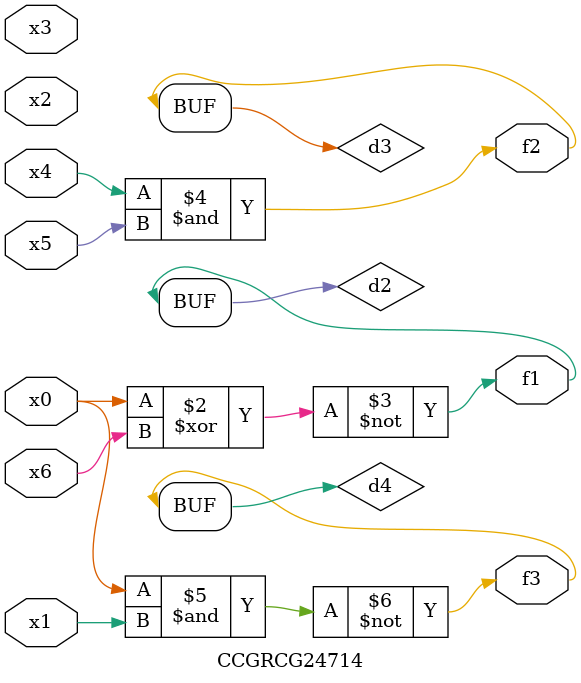
<source format=v>
module CCGRCG24714(
	input x0, x1, x2, x3, x4, x5, x6,
	output f1, f2, f3
);

	wire d1, d2, d3, d4;

	nor (d1, x0);
	xnor (d2, x0, x6);
	and (d3, x4, x5);
	nand (d4, x0, x1);
	assign f1 = d2;
	assign f2 = d3;
	assign f3 = d4;
endmodule

</source>
